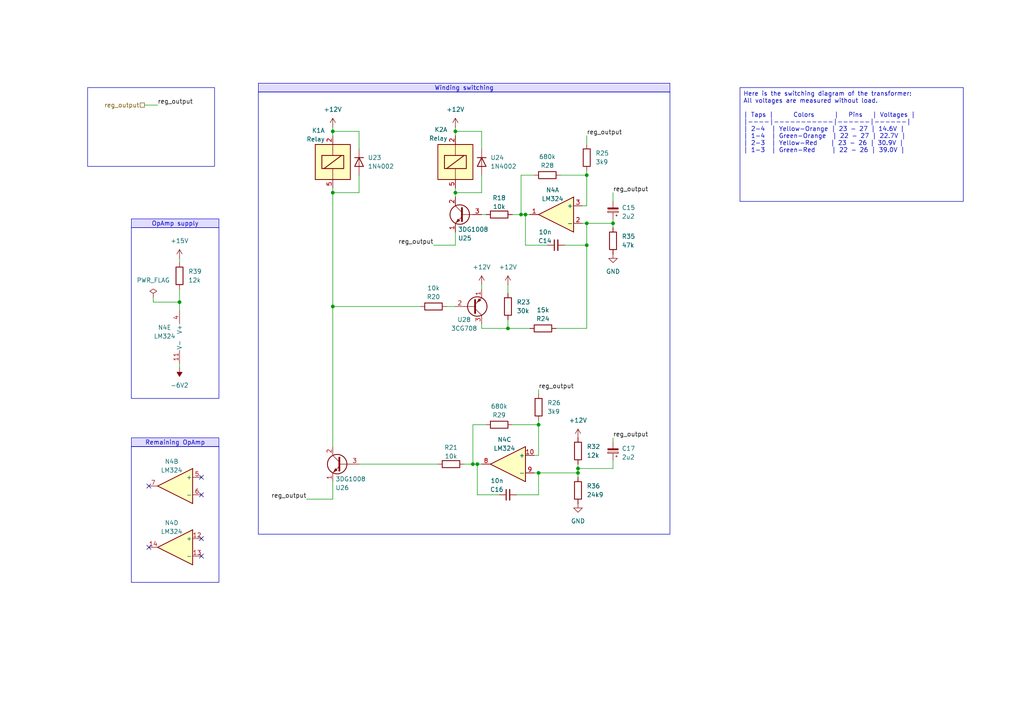
<source format=kicad_sch>
(kicad_sch (version 20250114) (generator "eeschema") (generator_version "9.0")
  (paper "A4")
  (title_block (title "PS23023 Master") (date "2025-12-29") (rev "1.0.0") (comment 1 "Compliant with Velleman’s layout"))
  (lib_symbols
    (symbol "Amplifier_Operational:LM324" (pin_names (offset 0.127))
      (property "Reference" "U" (at 0 5.08 0))
      (property "Value" "LM324" (at 0 -5.08 0))
      (symbol "LM324_1_1"
        (polyline (pts (xy -5.08 5.08) (xy 5.08 0) (xy -5.08 -5.08) (xy -5.08 5.08)) (stroke (width 0.254)) (fill (type background)))
        (pin input line (at -7.62 2.54 0) (length 2.54) (name "+") (number "3"))
        (pin input line (at -7.62 -2.54 0) (length 2.54) (name "-") (number "2"))
        (pin output line (at 7.62 0 180) (length 2.54) (name "~") (number "1"))
      )
      (symbol "LM324_2_1"
        (polyline (pts (xy -5.08 5.08) (xy 5.08 0) (xy -5.08 -5.08) (xy -5.08 5.08)) (stroke (width 0.254)) (fill (type background)))
        (pin input line (at -7.62 2.54 0) (length 2.54) (name "+") (number "5"))
        (pin input line (at -7.62 -2.54 0) (length 2.54) (name "-") (number "6"))
        (pin output line (at 7.62 0 180) (length 2.54) (name "~") (number "7"))
      )
      (symbol "LM324_3_1"
        (polyline (pts (xy -5.08 5.08) (xy 5.08 0) (xy -5.08 -5.08) (xy -5.08 5.08)) (stroke (width 0.254)) (fill (type background)))
        (pin input line (at -7.62 2.54 0) (length 2.54) (name "+") (number "10"))
        (pin input line (at -7.62 -2.54 0) (length 2.54) (name "-") (number "9"))
        (pin output line (at 7.62 0 180) (length 2.54) (name "~") (number "8"))
      )
      (symbol "LM324_4_1"
        (polyline (pts (xy -5.08 5.08) (xy 5.08 0) (xy -5.08 -5.08) (xy -5.08 5.08)) (stroke (width 0.254)) (fill (type background)))
        (pin input line (at -7.62 2.54 0) (length 2.54) (name "+") (number "12"))
        (pin input line (at -7.62 -2.54 0) (length 2.54) (name "-") (number "13"))
        (pin output line (at 7.62 0 180) (length 2.54) (name "~") (number "14"))
      )
      (symbol "LM324_5_1"
        (pin power_in line (at -2.54 7.62 270) (length 3.81) (name "V+") (number "4"))
        (pin power_in line (at -2.54 -7.62 90) (length 3.81) (name "V-") (number "11"))
      )
    )
    (symbol "Device:C_Polarized_Small" (pin_numbers (hide yes)) (pin_names (offset 0.254) (hide yes))
      (property "Reference" "C" (at 0.254 1.778 0))
      (property "Value" "C_Polarized_Small" (at 0.254 -2.032 0))
      (symbol "C_Polarized_Small_0_1"
        (rectangle (start -1.524 0.6858) (end 1.524 0.3048))
        (rectangle (start -1.524 -0.3048) (end 1.524 -0.6858) (fill (type outline)))
        (polyline (pts (xy -1.27 1.524) (xy -0.762 1.524)))
        (polyline (pts (xy -1.016 1.27) (xy -1.016 1.778)))
      )
      (symbol "C_Polarized_Small_1_1"
        (pin passive line (at 0 2.54 270) (length 1.8542) (name "~") (number "1"))
        (pin passive line (at 0 -2.54 90) (length 1.8542) (name "~") (number "2"))
      )
    )
    (symbol "Device:C_Small" (pin_numbers (hide yes)) (pin_names (offset 0.254) (hide yes))
      (property "Reference" "C" (at 0.254 1.778 0))
      (property "Value" "C_Small" (at 0.254 -2.032 0))
      (symbol "C_Small_0_1"
        (polyline (pts (xy -1.524 0.508) (xy 1.524 0.508)) (stroke (width 0.3048)))
        (polyline (pts (xy -1.524 -0.508) (xy 1.524 -0.508)) (stroke (width 0.3302)))
      )
      (symbol "C_Small_1_1"
        (pin passive line (at 0 2.54 270) (length 2.032) (name "~") (number "1"))
        (pin passive line (at 0 -2.54 90) (length 2.032) (name "~") (number "2"))
      )
    )
    (symbol "Device:R" (pin_numbers (hide yes)) (pin_names (offset 0))
      (property "Reference" "R" (at 2.032 0 90))
      (property "Value" "R" (at 0 0 90))
      (symbol "R_0_1"
        (rectangle (start -1.016 -2.54) (end 1.016 2.54) (stroke (width 0.254)))
      )
      (symbol "R_1_1"
        (pin passive line (at 0 3.81 270) (length 1.27) (name "~") (number "1"))
        (pin passive line (at 0 -3.81 90) (length 1.27) (name "~") (number "2"))
      )
    )
    (symbol "Diode:1N4002" (pin_numbers (hide yes)) (pin_names (hide yes))
      (property "Reference" "D" (at 0 2.54 0))
      (property "Value" "1N4002" (at 0 -2.54 0))
      (symbol "1N4002_0_1"
        (polyline (pts (xy -1.27 1.27) (xy -1.27 -1.27)) (stroke (width 0.254)))
        (polyline (pts (xy 1.27 1.27) (xy 1.27 -1.27) (xy -1.27 0) (xy 1.27 1.27)) (stroke (width 0.254)))
        (polyline (pts (xy 1.27 0) (xy -1.27 0)))
      )
      (symbol "1N4002_1_1"
        (pin passive line (at -3.81 0 0) (length 2.54) (name "K") (number "1"))
        (pin passive line (at 3.81 0 180) (length 2.54) (name "A") (number "2"))
      )
    )
    (symbol "Transistor_BJT:Q_NPN_ECB" (pin_names (offset 0) (hide yes))
      (property "Reference" "Q" (at 5.08 1.27 0))
      (property "Value" "Q_NPN_ECB" (at 5.08 -1.27 0))
      (symbol "Q_NPN_ECB_0_1"
        (polyline (pts (xy -2.54 0) (xy 0.635 0)))
        (polyline (pts (xy 0.635 1.905) (xy 0.635 -1.905)) (stroke (width 0.508)))
        (circle (center 1.27 0) (radius 2.8194) (stroke (width 0.254)))
      )
      (symbol "Q_NPN_ECB_1_1"
        (polyline (pts (xy 0.635 0.635) (xy 2.54 2.54)))
        (polyline (pts (xy 0.635 -0.635) (xy 2.54 -2.54)))
        (polyline (pts (xy 1.27 -1.778) (xy 1.778 -1.27) (xy 2.286 -2.286) (xy 1.27 -1.778)) (fill (type outline)))
        (pin input line (at -5.08 0 0) (length 2.54) (name "B") (number "3"))
        (pin passive line (at 2.54 5.08 270) (length 2.54) (name "C") (number "2"))
        (pin passive line (at 2.54 -5.08 90) (length 2.54) (name "E") (number "1"))
      )
    )
    (symbol "Transistor_BJT:Q_PNP_EBC" (pin_names (offset 0) (hide yes))
      (property "Reference" "Q" (at 5.08 1.27 0))
      (property "Value" "Q_PNP_EBC" (at 5.08 -1.27 0))
      (symbol "Q_PNP_EBC_0_1"
        (polyline (pts (xy -2.54 0) (xy 0.635 0)))
        (polyline (pts (xy 0.635 1.905) (xy 0.635 -1.905)) (stroke (width 0.508)))
        (polyline (pts (xy 0.635 0.635) (xy 2.54 2.54)))
        (polyline (pts (xy 0.635 -0.635) (xy 2.54 -2.54)))
        (circle (center 1.27 0) (radius 2.8194) (stroke (width 0.254)))
        (polyline (pts (xy 2.286 -1.778) (xy 1.778 -2.286) (xy 1.27 -1.27) (xy 2.286 -1.778)) (fill (type outline)))
      )
      (symbol "Q_PNP_EBC_1_1"
        (pin input line (at -5.08 0 0) (length 2.54) (name "B") (number "2"))
        (pin passive line (at 2.54 5.08 270) (length 2.54) (name "C") (number "3"))
        (pin passive line (at 2.54 -5.08 90) (length 2.54) (name "E") (number "1"))
      )
    )
    (symbol "power:+12V" (power) (pin_numbers (hide yes)) (pin_names (offset 0) (hide yes))
      (property "Value" "+12V" (at 0 3.556 0))
      (symbol "+12V_0_1"
        (polyline (pts (xy -0.762 1.27) (xy 0 2.54)))
        (polyline (pts (xy 0 2.54) (xy 0.762 1.27)))
        (polyline (pts (xy 0 0) (xy 0 2.54)))
      )
      (symbol "+12V_1_1"
        (pin power_in line (at 0 0 90) (length 0) (name "~") (number "1"))
      )
    )
    (symbol "power:+15V" (power) (pin_numbers (hide yes)) (pin_names (offset 0) (hide yes))
      (property "Value" "+15V" (at 0 3.556 0))
      (symbol "+15V_0_1"
        (polyline (pts (xy -0.762 1.27) (xy 0 2.54)))
        (polyline (pts (xy 0 2.54) (xy 0.762 1.27)))
        (polyline (pts (xy 0 0) (xy 0 2.54)))
      )
      (symbol "+15V_1_1"
        (pin power_in line (at 0 0 90) (length 0) (name "~") (number "1"))
      )
    )
    (symbol "power:-6V" (power) (pin_numbers (hide yes)) (pin_names (offset 0) (hide yes))
      (property "Value" "-6V" (at 0 3.556 0))
      (symbol "-6V_0_0"
        (pin power_in line (at 0 0 90) (length 0) (name "~") (number "1"))
      )
      (symbol "-6V_0_1"
        (polyline (pts (xy 0 0) (xy 0 1.27) (xy 0.762 1.27) (xy 0 2.54) (xy -0.762 1.27) (xy 0 1.27)) (fill (type outline)))
      )
    )
    (symbol "power:GND" (power) (pin_numbers (hide yes)) (pin_names (offset 0) (hide yes))
      (property "Value" "GND" (at 0 -3.81 0))
      (symbol "GND_0_1"
        (polyline (pts (xy 0 0) (xy 0 -1.27) (xy 1.27 -1.27) (xy 0 -2.54) (xy -1.27 -1.27) (xy 0 -1.27)))
      )
      (symbol "GND_1_1"
        (pin power_in line (at 0 0 270) (length 0) (name "~") (number "1"))
      )
    )
    (symbol "power:PWR_FLAG" (power) (pin_numbers (hide yes)) (pin_names (offset 0) (hide yes))
      (property "Value" "PWR_FLAG" (at 0 3.81 0))
      (symbol "PWR_FLAG_0_0"
        (pin power_out line (at 0 0 90) (length 0) (name "~") (number "1"))
      )
      (symbol "PWR_FLAG_0_1"
        (polyline (pts (xy 0 0) (xy 0 1.27) (xy -1.016 1.905) (xy 0 2.54) (xy 1.016 1.905) (xy 0 1.27)))
      )
    )
    (symbol "ps23023:Relay"
      (property "Reference" "K" (at 6.35 1.27 0))
      (property "Value" "Relay" (at 6.35 -1.27 0))
      (symbol "Relay_1_1"
        (rectangle (start -5.08 5.08) (end 5.08 -5.08) (stroke (width 0.254)) (fill (type background)))
        (rectangle (start -3.175 1.905) (end 3.175 -1.905) (stroke (width 0.254)))
        (polyline (pts (xy -2.54 -1.905) (xy 2.54 1.905)) (stroke (width 0.254)))
        (polyline (pts (xy 0 5.08) (xy 0 1.905)))
        (polyline (pts (xy 0 -5.08) (xy 0 -1.905)))
        (pin passive line (at 0 7.62 270) (length 2.54) (name "~") (number "2"))
        (pin passive line (at 0 -7.62 90) (length 2.54) (name "~") (number "5"))
      )
      (symbol "Relay_2_1"
        (polyline (pts (xy -2.54 5.08) (xy -2.54 2.54) (xy -1.905 3.175) (xy -2.54 3.81)) (fill (type outline)))
        (polyline (pts (xy 0 -2.54) (xy -1.905 3.81)) (stroke (width 0.508)))
        (polyline (pts (xy 0 -2.54) (xy 0 -5.08)))
        (polyline (pts (xy 2.54 5.08) (xy 2.54 2.54) (xy 1.905 3.175) (xy 2.54 3.81)))
        (pin passive line (at -2.54 7.62 270) (length 2.54) (name "~") (number "4"))
        (pin passive line (at 0 -7.62 90) (length 2.54) (name "~") (number "1"))
        (pin passive line (at 2.54 7.62 270) (length 2.54) (name "~") (number "3"))
      )
    )
  )
  (rectangle (start 74.93 26.67) (end 194.31 154.94))
  (rectangle (start 38.1 129.54) (end 63.5 168.91))
  (rectangle (start 25.4 25.4) (end 62.23 48.26))
  (rectangle (start 38.1 66.04) (end 63.5 115.57))
  (text_box "Here is the switching diagram of the transformer:\nAll voltages are measured without load.\n\n| Taps |      Colors      |   Pins   | Voltages |\n|----|-----------|------|------|\n| 2-4  | Yellow-Orange | 23 - 27 | 14.6V |\n| 1-4  | Green-Orange  | 22 - 27 | 22.7V |\n| 2-3  | Yellow-Red    | 23 - 26 | 30.9V |\n| 1-3  | Green-Red     | 22 - 26 | 39.0V |" (at 214.63 25.4 0) (size 64.77 33.02) (margins 0.9525 0.9525 0.9525 0.9525) (effects (font (size 1.27 1.27)) (justify left top)))
  (text_box "OpAmp supply" (at 38.1 63.5 0) (size 25.4 2.54) (margins 0.9525 0.9525 0.9525 0.9525) (fill (type color) (color 226 221 255 1)) (effects (font (size 1.27 1.27))))
  (text_box "Remaining OpAmp" (at 38.1 127 0) (size 25.4 2.54) (margins 0.9525 0.9525 0.9525 0.9525) (fill (type color) (color 226 221 255 1)) (effects (font (size 1.27 1.27))))
  (text_box "Winding switching" (at 74.93 24.13 0) (size 119.38 2.54) (margins 0.9525 0.9525 0.9525 0.9525) (fill (type color) (color 226 221 255 1)) (effects (font (size 1.27 1.27))))
  (junction (at 138.43 134.62))
  (junction (at 132.08 38.1))
  (junction (at 170.18 71.12))
  (junction (at 137.16 134.62))
  (junction (at 96.52 38.1))
  (junction (at 152.4 62.23))
  (junction (at 96.52 88.9))
  (junction (at 156.21 123.19))
  (junction (at 167.64 137.16))
  (junction (at 177.8 64.77))
  (junction (at 52.07 87.63))
  (junction (at 96.52 55.88))
  (junction (at 147.32 95.25))
  (junction (at 156.21 137.16))
  (junction (at 132.08 55.88))
  (junction (at 170.18 64.77))
  (junction (at 170.18 50.8))
  (junction (at 167.64 135.89))
  (junction (at 151.13 62.23))
  (no_connect (at 58.42 161.29))
  (no_connect (at 58.42 143.51))
  (no_connect (at 43.18 158.75))
  (no_connect (at 58.42 156.21))
  (no_connect (at 58.42 138.43))
  (no_connect (at 43.18 140.97))
  (wire (pts (xy 129.54 88.9) (xy 132.08 88.9)))
  (wire (pts (xy 177.8 127) (xy 177.8 128.27)))
  (wire (pts (xy 96.52 54.61) (xy 96.52 55.88)))
  (wire (pts (xy 52.07 105.41) (xy 52.07 106.68)))
  (wire (pts (xy 148.59 123.19) (xy 156.21 123.19)))
  (wire (pts (xy 52.07 87.63) (xy 52.07 90.17)))
  (wire (pts (xy 104.14 55.88) (xy 104.14 50.8)))
  (wire (pts (xy 147.32 85.09) (xy 147.32 82.55)))
  (wire (pts (xy 170.18 71.12) (xy 170.18 64.77)))
  (wire (pts (xy 170.18 59.69) (xy 168.91 59.69)))
  (wire (pts (xy 154.94 137.16) (xy 156.21 137.16)))
  (wire (pts (xy 167.64 137.16) (xy 167.64 138.43)))
  (wire (pts (xy 177.8 63.5) (xy 177.8 64.77)))
  (wire (pts (xy 156.21 113.03) (xy 156.21 114.3)))
  (wire (pts (xy 140.97 123.19) (xy 137.16 123.19)))
  (wire (pts (xy 177.8 135.89) (xy 167.64 135.89)))
  (wire (pts (xy 156.21 121.92) (xy 156.21 123.19)))
  (wire (pts (xy 52.07 83.82) (xy 52.07 87.63)))
  (wire (pts (xy 104.14 43.18) (xy 104.14 38.1)))
  (wire (pts (xy 170.18 64.77) (xy 168.91 64.77)))
  (wire (pts (xy 44.45 87.63) (xy 52.07 87.63)))
  (wire (pts (xy 170.18 64.77) (xy 177.8 64.77)))
  (wire (pts (xy 177.8 55.88) (xy 177.8 58.42)))
  (wire (pts (xy 104.14 38.1) (xy 96.52 38.1)))
  (wire (pts (xy 139.7 82.55) (xy 139.7 83.82)))
  (wire (pts (xy 170.18 71.12) (xy 170.18 95.25)))
  (wire (pts (xy 104.14 134.62) (xy 127 134.62)))
  (wire (pts (xy 134.62 134.62) (xy 137.16 134.62)))
  (wire (pts (xy 96.52 55.88) (xy 96.52 88.9)))
  (wire (pts (xy 96.52 38.1) (xy 96.52 39.37)))
  (wire (pts (xy 151.13 50.8) (xy 151.13 62.23)))
  (wire (pts (xy 96.52 139.7) (xy 96.52 144.78)))
  (wire (pts (xy 156.21 123.19) (xy 156.21 132.08)))
  (wire (pts (xy 162.56 50.8) (xy 170.18 50.8)))
  (wire (pts (xy 167.64 134.62) (xy 167.64 135.89)))
  (wire (pts (xy 156.21 137.16) (xy 167.64 137.16)))
  (wire (pts (xy 44.45 86.36) (xy 44.45 87.63)))
  (wire (pts (xy 139.7 93.98) (xy 139.7 95.25)))
  (wire (pts (xy 149.86 143.51) (xy 156.21 143.51)))
  (wire (pts (xy 137.16 123.19) (xy 137.16 134.62)))
  (wire (pts (xy 151.13 62.23) (xy 152.4 62.23)))
  (wire (pts (xy 139.7 50.8) (xy 139.7 55.88)))
  (wire (pts (xy 139.7 38.1) (xy 132.08 38.1)))
  (wire (pts (xy 138.43 134.62) (xy 139.7 134.62)))
  (wire (pts (xy 96.52 55.88) (xy 104.14 55.88)))
  (wire (pts (xy 132.08 71.12) (xy 125.73 71.12)))
  (wire (pts (xy 132.08 38.1) (xy 132.08 39.37)))
  (wire (pts (xy 152.4 71.12) (xy 152.4 62.23)))
  (wire (pts (xy 139.7 62.23) (xy 140.97 62.23)))
  (wire (pts (xy 147.32 95.25) (xy 153.67 95.25)))
  (wire (pts (xy 152.4 62.23) (xy 153.67 62.23)))
  (wire (pts (xy 170.18 50.8) (xy 170.18 59.69)))
  (wire (pts (xy 132.08 67.31) (xy 132.08 71.12)))
  (wire (pts (xy 167.64 135.89) (xy 167.64 137.16)))
  (wire (pts (xy 147.32 92.71) (xy 147.32 95.25)))
  (wire (pts (xy 177.8 64.77) (xy 177.8 66.04)))
  (wire (pts (xy 132.08 36.83) (xy 132.08 38.1)))
  (wire (pts (xy 148.59 62.23) (xy 151.13 62.23)))
  (wire (pts (xy 96.52 88.9) (xy 96.52 129.54)))
  (wire (pts (xy 154.94 50.8) (xy 151.13 50.8)))
  (wire (pts (xy 177.8 133.35) (xy 177.8 135.89)))
  (wire (pts (xy 41.91 30.48) (xy 45.72 30.48)))
  (wire (pts (xy 137.16 134.62) (xy 138.43 134.62)))
  (wire (pts (xy 161.29 95.25) (xy 170.18 95.25)))
  (wire (pts (xy 96.52 144.78) (xy 88.9 144.78)))
  (wire (pts (xy 139.7 43.18) (xy 139.7 38.1)))
  (wire (pts (xy 144.78 143.51) (xy 138.43 143.51)))
  (wire (pts (xy 132.08 55.88) (xy 132.08 57.15)))
  (wire (pts (xy 158.75 71.12) (xy 152.4 71.12)))
  (wire (pts (xy 139.7 55.88) (xy 132.08 55.88)))
  (wire (pts (xy 154.94 132.08) (xy 156.21 132.08)))
  (wire (pts (xy 170.18 39.37) (xy 170.18 41.91)))
  (wire (pts (xy 52.07 74.93) (xy 52.07 76.2)))
  (wire (pts (xy 138.43 143.51) (xy 138.43 134.62)))
  (wire (pts (xy 132.08 55.88) (xy 132.08 54.61)))
  (wire (pts (xy 163.83 71.12) (xy 170.18 71.12)))
  (wire (pts (xy 156.21 143.51) (xy 156.21 137.16)))
  (wire (pts (xy 96.52 36.83) (xy 96.52 38.1)))
  (wire (pts (xy 139.7 95.25) (xy 147.32 95.25)))
  (wire (pts (xy 170.18 49.53) (xy 170.18 50.8)))
  (wire (pts (xy 121.92 88.9) (xy 96.52 88.9)))
  (label "reg_output" (at 177.8 127 0))
  (label "reg_output" (at 45.72 30.48 0))
  (label "reg_output" (at 170.18 39.37 0))
  (label "reg_output" (at 156.21 113.03 0))
  (label "reg_output" (at 125.73 71.12 180))
  (label "reg_output" (at 177.8 55.88 0))
  (label "reg_output" (at 88.9 144.78 180))
  (hierarchical_label "reg_output" (shape passive) (at 41.91 30.48 180))
  (symbol (lib_id "Transistor_BJT:Q_NPN_ECB") (at 99.06 134.62 0) (mirror y) (unit 1)
    (property "Reference" "U26" (at 97.282 141.478 0) (effects (justify right)))
    (property "Value" "3DG1008" (at 97.282 138.938 0) (effects (justify right)))
    (property "Description" "NPN transistor, emitter/collector/base" (effects (hide yes)))
  )
  (symbol (lib_id "power:-6V") (at 52.07 106.68 180) (unit 1)
    (property "Reference" "#PWR016" (effects (hide yes)))
    (property "Value" "-6V2" (at 52.07 111.76 0))
    (property "Description" "Power symbol creates a global label with name \"-6V\"" (effects (hide yes)))
  )
  (symbol (lib_id "power:+12V") (at 167.64 127 0) (unit 1)
    (property "Reference" "#PWR021" (effects (hide yes)))
    (property "Value" "+12V" (at 167.64 121.92 0))
    (property "Description" "Power symbol creates a global label with name \"+12V\"" (effects (hide yes)))
  )
  (symbol (lib_id "Device:C_Polarized_Small") (at 177.8 60.96 180) (unit 1)
    (property "Reference" "C15" (at 180.34 60.236 0) (effects (justify right)))
    (property "Value" "2u2" (at 180.34 62.776 0) (effects (justify right)))
    (property "Description" "Polarized capacitor, small symbol" (effects (hide yes)))
  )
  (symbol (lib_id "Diode:1N4002") (at 139.7 46.99 270) (unit 1)
    (property "Reference" "U24" (at 142.24 45.7199 90) (effects (justify left)))
    (property "Value" "1N4002" (at 142.24 48.2599 90) (effects (justify left)))
    (property "Footprint" "Diode_THT:D_DO-41_SOD81_P10.16mm_Horizontal" (effects (hide yes)))
    (property "Datasheet" "http://www.vishay.com/docs/88503/1n4001.pdf" (effects (hide yes)))
    (property "Description" "100V 1A General Purpose Rectifier Diode, DO-41" (effects (hide yes)))
    (property "Sim.Device" "D" (effects (hide yes)))
    (property "Sim.Pins" "1=K 2=A" (effects (hide yes)))
  )
  (symbol (lib_id "Device:C_Small") (at 147.32 143.51 90) (unit 1)
    (property "Reference" "C16" (at 146.05 141.986 90) (effects (justify left)))
    (property "Value" "10n" (at 146.05 139.446 90) (effects (justify left)))
    (property "Description" "Unpolarized capacitor, small symbol" (effects (hide yes)))
  )
  (symbol (lib_id "power:+12V") (at 147.32 82.55 0) (unit 1)
    (property "Reference" "#PWR020" (effects (hide yes)))
    (property "Value" "+12V" (at 147.32 77.47 0))
    (property "Description" "Power symbol creates a global label with name \"+12V\"" (effects (hide yes)))
  )
  (symbol (lib_id "Transistor_BJT:Q_PNP_EBC") (at 137.16 88.9 0) (mirror x) (unit 1)
    (property "Reference" "U28" (at 134.62 92.71 0))
    (property "Value" "3CG708" (at 134.62 95.25 0))
    (property "Description" "PNP transistor, emitter/base/collector" (effects (hide yes)))
  )
  (symbol (lib_id "Device:R") (at 177.8 69.85 0) (unit 1)
    (property "Reference" "R35" (at 180.34 68.5799 0) (effects (justify left)))
    (property "Value" "47k" (at 180.34 71.1199 0) (effects (justify left)))
    (property "Description" "Resistor" (effects (hide yes)))
  )
  (symbol (lib_id "Transistor_BJT:Q_NPN_ECB") (at 134.62 62.23 0) (mirror y) (unit 1)
    (property "Reference" "U25" (at 132.842 69.088 0) (effects (justify right)))
    (property "Value" "3DG1008" (at 132.842 66.548 0) (effects (justify right)))
    (property "Description" "NPN transistor, emitter/collector/base" (effects (hide yes)))
  )
  (symbol (lib_id "power:GND") (at 167.64 146.05 0) (unit 1)
    (property "Reference" "#PWR022" (effects (hide yes)))
    (property "Value" "GND" (at 167.64 151.13 0))
    (property "Description" "Power symbol creates a global label with name \"GND\" , ground" (effects (hide yes)))
  )
  (symbol (lib_id "Device:R") (at 167.64 142.24 0) (unit 1)
    (property "Reference" "R36" (at 170.18 140.9699 0) (effects (justify left)))
    (property "Value" "24k9" (at 170.18 143.5099 0) (effects (justify left)))
    (property "Description" "Resistor" (effects (hide yes)))
  )
  (symbol (lib_id "Device:C_Small") (at 161.29 71.12 90) (unit 1)
    (property "Reference" "C14" (at 160.02 69.85 90) (effects (justify left)))
    (property "Value" "10n" (at 160.02 67.31 90) (effects (justify left)))
    (property "Description" "Unpolarized capacitor, small symbol" (effects (hide yes)))
  )
  (symbol (lib_id "Device:R") (at 170.18 45.72 0) (unit 1)
    (property "Reference" "R25" (at 172.72 44.4499 0) (effects (justify left)))
    (property "Value" "3k9" (at 172.72 46.9899 0) (effects (justify left)))
    (property "Description" "Resistor" (effects (hide yes)))
  )
  (symbol (lib_id "power:+12V") (at 139.7 82.55 0) (unit 1)
    (property "Reference" "#PWR019" (effects (hide yes)))
    (property "Value" "+12V" (at 139.7 77.47 0))
    (property "Description" "Power symbol creates a global label with name \"+12V\"" (effects (hide yes)))
  )
  (symbol (lib_id "ps23023:Relay") (at 132.08 46.99 0) (unit 1)
    (property "Reference" "K2" (at 129.794 37.592 0) (effects (justify right)))
    (property "Value" "Relay" (at 129.794 40.132 0) (effects (justify right)))
    (property "Footprint" "Relay_THT:Relay_SPDT_SANYOU_SRD_Series_Form_C" (effects (hide yes)))
    (property "Datasheet" "http://omronfs.omron.com/en_US/ecb/products/pdf/en-g5v_2.pdf" (effects (hide yes)))
    (property "Description" "Relay Miniature Omron DPDT" (effects (hide yes)))
  )
  (symbol (lib_id "Device:R") (at 147.32 88.9 0) (unit 1)
    (property "Reference" "R23" (at 149.86 87.6299 0) (effects (justify left)))
    (property "Value" "30k" (at 149.86 90.1699 0) (effects (justify left)))
    (property "Description" "Resistor" (effects (hide yes)))
  )
  (symbol (lib_id "Device:R") (at 144.78 123.19 270) (unit 1)
    (property "Reference" "R29" (at 144.78 120.396 90))
    (property "Value" "680k" (at 144.78 117.856 90))
    (property "Description" "Resistor" (effects (hide yes)))
  )
  (symbol (lib_id "power:+15V") (at 52.07 74.93 0) (unit 1)
    (property "Reference" "#PWR015" (effects (hide yes)))
    (property "Value" "+15V" (at 52.07 69.85 0))
    (property "Description" "Power symbol creates a global label with name \"+15V\"" (effects (hide yes)))
  )
  (symbol (lib_id "Device:C_Polarized_Small") (at 177.8 130.81 180) (unit 1)
    (property "Reference" "C17" (at 180.34 130.086 0) (effects (justify right)))
    (property "Value" "2u2" (at 180.34 132.626 0) (effects (justify right)))
    (property "Description" "Polarized capacitor, small symbol" (effects (hide yes)))
  )
  (symbol (lib_id "power:+12V") (at 132.08 36.83 0) (unit 1)
    (property "Reference" "#PWR018" (effects (hide yes)))
    (property "Value" "+12V" (at 132.08 31.75 0))
    (property "Description" "Power symbol creates a global label with name \"+12V\"" (effects (hide yes)))
  )
  (symbol (lib_id "power:PWR_FLAG") (at 44.45 86.36 0) (unit 1)
    (property "Reference" "#FLG06" (effects (hide yes)))
    (property "Value" "PWR_FLAG" (at 44.45 81.28 0))
    (property "Description" "Special symbol for telling ERC where power comes from" (effects (hide yes)))
  )
  (symbol (lib_id "Device:R") (at 130.81 134.62 90) (unit 1)
    (property "Reference" "R21" (at 130.81 129.794 90))
    (property "Value" "10k" (at 130.81 132.334 90))
    (property "Description" "Resistor" (effects (hide yes)))
  )
  (symbol (lib_id "Device:R") (at 156.21 118.11 0) (unit 1)
    (property "Reference" "R26" (at 158.75 116.8399 0) (effects (justify left)))
    (property "Value" "3k9" (at 158.75 119.3799 0) (effects (justify left)))
    (property "Description" "Resistor" (effects (hide yes)))
  )
  (symbol (lib_id "Device:R") (at 125.73 88.9 270) (unit 1)
    (property "Reference" "R20" (at 125.73 86.106 90))
    (property "Value" "10k" (at 125.73 83.566 90))
    (property "Description" "Resistor" (effects (hide yes)))
  )
  (symbol (lib_id "Amplifier_Operational:LM324") (at 50.8 158.75 0) (mirror y) (unit 4)
    (property "Reference" "N4" (at 49.784 151.638 0))
    (property "Value" "LM324" (at 49.784 154.178 0))
    (property "Datasheet" "http://www.ti.com/lit/ds/symlink/lm2902-n.pdf" (effects (hide yes)))
    (property "Description" "Low-Power, Quad-Operational Amplifiers, DIP-14/SOIC-14/SSOP-14" (effects (hide yes)))
  )
  (symbol (lib_id "Device:R") (at 144.78 62.23 90) (unit 1)
    (property "Reference" "R18" (at 144.78 57.404 90))
    (property "Value" "10k" (at 144.78 59.944 90))
    (property "Description" "Resistor" (effects (hide yes)))
  )
  (symbol (lib_id "ps23023:Relay") (at 96.52 46.99 0) (unit 1)
    (property "Reference" "K1" (at 94.234 37.846 0) (effects (justify right)))
    (property "Value" "Relay" (at 94.234 40.386 0) (effects (justify right)))
    (property "Footprint" "Relay_THT:Relay_SPDT_SANYOU_SRD_Series_Form_C" (effects (hide yes)))
    (property "Datasheet" "http://omronfs.omron.com/en_US/ecb/products/pdf/en-g5v_2.pdf" (effects (hide yes)))
    (property "Description" "Relay Miniature Omron DPDT" (effects (hide yes)))
  )
  (symbol (lib_id "Amplifier_Operational:LM324") (at 147.32 134.62 0) (mirror y) (unit 3)
    (property "Reference" "N4" (at 146.304 127.508 0))
    (property "Value" "LM324" (at 146.304 130.048 0))
    (property "Datasheet" "http://www.ti.com/lit/ds/symlink/lm2902-n.pdf" (effects (hide yes)))
    (property "Description" "Low-Power, Quad-Operational Amplifiers, DIP-14/SOIC-14/SSOP-14" (effects (hide yes)))
  )
  (symbol (lib_id "Device:R") (at 52.07 80.01 0) (unit 1)
    (property "Reference" "R39" (at 54.61 78.7399 0) (effects (justify left)))
    (property "Value" "12k" (at 54.61 81.2799 0) (effects (justify left)))
    (property "Description" "Resistor" (effects (hide yes)))
  )
  (symbol (lib_id "power:+12V") (at 96.52 36.83 0) (unit 1)
    (property "Reference" "#PWR017" (effects (hide yes)))
    (property "Value" "+12V" (at 96.52 31.75 0))
    (property "Description" "Power symbol creates a global label with name \"+12V\"" (effects (hide yes)))
  )
  (symbol (lib_id "Amplifier_Operational:LM324") (at 161.29 62.23 0) (mirror y) (unit 1)
    (property "Reference" "N4" (at 160.274 55.118 0))
    (property "Value" "LM324" (at 160.274 57.658 0))
    (property "Datasheet" "http://www.ti.com/lit/ds/symlink/lm2902-n.pdf" (effects (hide yes)))
    (property "Description" "Low-Power, Quad-Operational Amplifiers, DIP-14/SOIC-14/SSOP-14" (effects (hide yes)))
  )
  (symbol (lib_id "Amplifier_Operational:LM324") (at 49.53 97.79 0) (mirror y) (unit 5)
    (property "Reference" "N4" (at 47.752 94.996 0))
    (property "Value" "LM324" (at 47.752 97.536 0))
    (property "Datasheet" "http://www.ti.com/lit/ds/symlink/lm2902-n.pdf" (effects (hide yes)))
    (property "Description" "Low-Power, Quad-Operational Amplifiers, DIP-14/SOIC-14/SSOP-14" (effects (hide yes)))
  )
  (symbol (lib_id "Device:R") (at 158.75 50.8 270) (unit 1)
    (property "Reference" "R28" (at 158.75 48.006 90))
    (property "Value" "680k" (at 158.75 45.466 90))
    (property "Description" "Resistor" (effects (hide yes)))
  )
  (symbol (lib_id "Diode:1N4002") (at 104.14 46.99 270) (unit 1)
    (property "Reference" "U23" (at 106.68 45.7199 90) (effects (justify left)))
    (property "Value" "1N4002" (at 106.68 48.2599 90) (effects (justify left)))
    (property "Footprint" "Diode_THT:D_DO-41_SOD81_P10.16mm_Horizontal" (effects (hide yes)))
    (property "Datasheet" "http://www.vishay.com/docs/88503/1n4001.pdf" (effects (hide yes)))
    (property "Description" "100V 1A General Purpose Rectifier Diode, DO-41" (effects (hide yes)))
    (property "Sim.Device" "D" (effects (hide yes)))
    (property "Sim.Pins" "1=K 2=A" (effects (hide yes)))
  )
  (symbol (lib_id "Device:R") (at 157.48 95.25 270) (unit 1)
    (property "Reference" "R24" (at 157.48 92.456 90))
    (property "Value" "15k" (at 157.48 89.916 90))
    (property "Description" "Resistor" (effects (hide yes)))
  )
  (symbol (lib_id "Device:R") (at 167.64 130.81 0) (unit 1)
    (property "Reference" "R32" (at 170.18 129.5399 0) (effects (justify left)))
    (property "Value" "12k" (at 170.18 132.0799 0) (effects (justify left)))
    (property "Description" "Resistor" (effects (hide yes)))
  )
  (symbol (lib_id "power:GND") (at 177.8 73.66 0) (unit 1)
    (property "Reference" "#PWR023" (effects (hide yes)))
    (property "Value" "GND" (at 177.8 78.74 0))
    (property "Description" "Power symbol creates a global label with name \"GND\" , ground" (effects (hide yes)))
  )
  (symbol (lib_id "Amplifier_Operational:LM324") (at 50.8 140.97 0) (mirror y) (unit 2)
    (property "Reference" "N4" (at 49.784 133.858 0))
    (property "Value" "LM324" (at 49.784 136.398 0))
    (property "Datasheet" "http://www.ti.com/lit/ds/symlink/lm2902-n.pdf" (effects (hide yes)))
    (property "Description" "Low-Power, Quad-Operational Amplifiers, DIP-14/SOIC-14/SSOP-14" (effects (hide yes)))
  )
)
</source>
